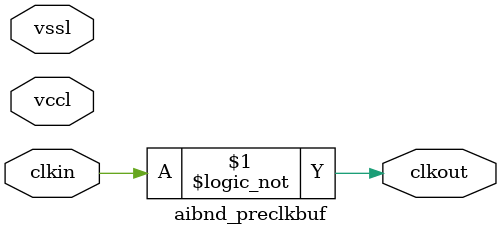
<source format=v>

module aibnd_preclkbuf ( clkout, vccl, vssl, clkin );

output  clkout;

inout  vccl, vssl;

input  clkin;

wire clkin, clkout; // Conversion Sript Generated



assign clkout = !clkin;

endmodule


</source>
